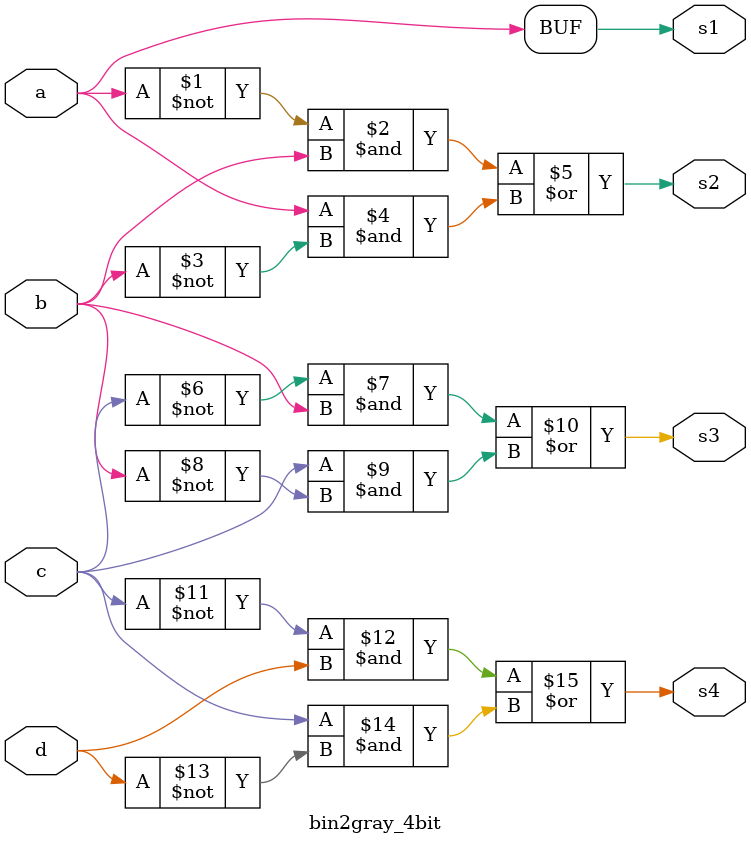
<source format=v>
module bin2gray_4bit(a,b,c,d,s1,s2,s3,s4);
// declaration of I/O
    input a,b,c,d;
    output s1,s2,s3,s4;

// assignation of each output bit
    assign s1 = a;
    assign s2 = (~a & b) | (a & ~b);
    assign s3 = (~c & b) | (c & ~b);
    assign s4 = (~c & d) | (c & ~d);

endmodule
</source>
